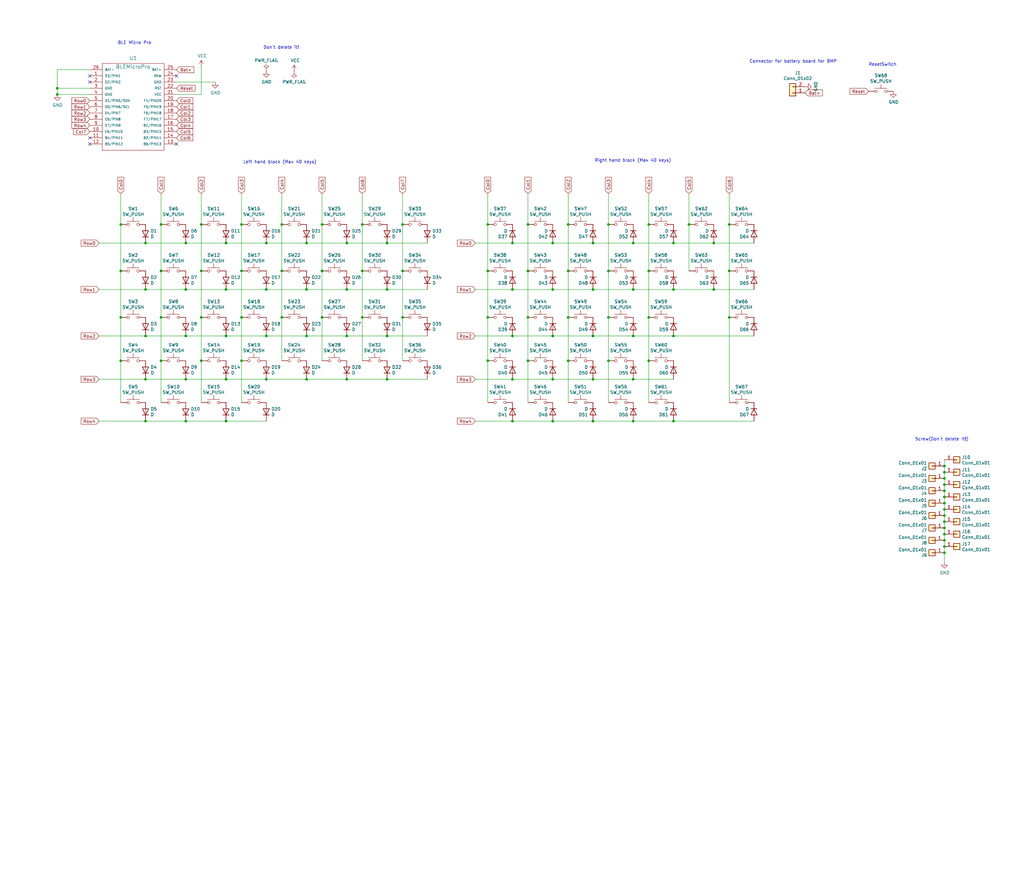
<source format=kicad_sch>
(kicad_sch (version 20211123) (generator eeschema)
  (paper "User" 419.989 360.045)
  (junction (at 142.24 99.695))
  (junction (at 276.225 137.795))
  (junction (at 76.2 155.575))
  (junction (at 210.185 118.745))
  (junction (at 99.06 147.955))
  (junction (at 76.2 172.72))
  (junction (at 76.2 99.695))
  (junction (at 132.08 92.075))
  (junction (at 216.535 147.955))
  (junction (at 142.24 118.745))
  (junction (at 259.715 155.575))
  (junction (at 276.225 118.745))
  (junction (at 82.55 92.075))
  (junction (at 266.065 92.075))
  (junction (at 282.575 92.075))
  (junction (at 148.59 92.075))
  (junction (at 233.045 147.955))
  (junction (at 99.06 130.175))
  (junction (at 132.08 111.125))
  (junction (at 59.69 172.72))
  (junction (at 233.045 111.125))
  (junction (at 148.59 111.125))
  (junction (at 387.35 226.695))
  (junction (at 59.69 155.575))
  (junction (at 243.205 137.795))
  (junction (at 210.185 155.575))
  (junction (at 387.35 193.675))
  (junction (at 243.205 99.695))
  (junction (at 66.04 92.075))
  (junction (at 92.71 137.795))
  (junction (at 387.35 198.755))
  (junction (at 299.085 92.075))
  (junction (at 82.55 147.955))
  (junction (at 76.2 137.795))
  (junction (at 233.045 92.075))
  (junction (at 387.35 224.155))
  (junction (at 243.205 118.745))
  (junction (at 99.06 111.125))
  (junction (at 125.73 118.745))
  (junction (at 387.35 203.835))
  (junction (at 158.75 99.695))
  (junction (at 125.73 137.795))
  (junction (at 23.495 36.195))
  (junction (at 387.35 211.455))
  (junction (at 259.715 99.695))
  (junction (at 200.025 111.125))
  (junction (at 249.555 111.125))
  (junction (at 165.1 111.125))
  (junction (at 210.185 99.695))
  (junction (at 92.71 155.575))
  (junction (at 115.57 111.125))
  (junction (at 142.24 137.795))
  (junction (at 109.22 99.695))
  (junction (at 82.55 130.175))
  (junction (at 387.35 191.135))
  (junction (at 109.22 137.795))
  (junction (at 165.1 92.075))
  (junction (at 249.555 130.175))
  (junction (at 125.73 155.575))
  (junction (at 92.71 99.695))
  (junction (at 216.535 92.075))
  (junction (at 49.53 147.955))
  (junction (at 243.205 172.72))
  (junction (at 115.57 130.175))
  (junction (at 109.22 155.575))
  (junction (at 249.555 92.075))
  (junction (at 59.69 137.795))
  (junction (at 266.065 130.175))
  (junction (at 66.04 147.955))
  (junction (at 125.73 99.695))
  (junction (at 226.695 118.745))
  (junction (at 387.35 208.915))
  (junction (at 292.735 118.745))
  (junction (at 226.695 172.72))
  (junction (at 210.185 137.795))
  (junction (at 200.025 92.075))
  (junction (at 148.59 130.175))
  (junction (at 76.2 118.745))
  (junction (at 142.24 155.575))
  (junction (at 226.695 155.575))
  (junction (at 132.08 130.175))
  (junction (at 158.75 118.745))
  (junction (at 259.715 118.745))
  (junction (at 226.695 99.695))
  (junction (at 216.535 111.125))
  (junction (at 276.225 172.72))
  (junction (at 23.495 38.735))
  (junction (at 292.735 99.695))
  (junction (at 200.025 130.175))
  (junction (at 299.085 130.175))
  (junction (at 59.69 99.695))
  (junction (at 243.205 155.575))
  (junction (at 66.04 111.125))
  (junction (at 158.75 137.795))
  (junction (at 82.55 111.125))
  (junction (at 387.35 216.535))
  (junction (at 200.025 147.955))
  (junction (at 259.715 137.795))
  (junction (at 266.065 147.955))
  (junction (at 158.75 155.575))
  (junction (at 387.35 196.215))
  (junction (at 92.71 172.72))
  (junction (at 226.695 137.795))
  (junction (at 165.1 130.175))
  (junction (at 109.22 118.745))
  (junction (at 49.53 130.175))
  (junction (at 266.065 111.125))
  (junction (at 276.225 99.695))
  (junction (at 92.71 118.745))
  (junction (at 299.085 111.125))
  (junction (at 387.35 201.295))
  (junction (at 99.06 92.075))
  (junction (at 387.35 221.615))
  (junction (at 59.69 118.745))
  (junction (at 259.715 172.72))
  (junction (at 115.57 92.075))
  (junction (at 216.535 130.175))
  (junction (at 387.35 213.995))
  (junction (at 66.04 130.175))
  (junction (at 49.53 92.075))
  (junction (at 233.045 130.175))
  (junction (at 249.555 147.955))
  (junction (at 387.35 219.075))
  (junction (at 210.185 172.72))
  (junction (at 49.53 111.125))
  (junction (at 387.35 206.375))
  (no_connect (at 36.83 59.055))
  (no_connect (at 72.39 59.055))
  (no_connect (at 36.83 56.515))
  (no_connect (at 36.83 31.115))
  (no_connect (at 72.39 31.115))
  (no_connect (at 36.83 33.655))
  (wire (pts (xy 200.025 79.375) (xy 200.025 92.075)))
  (wire (pts (xy 132.08 92.075) (xy 132.08 111.125)))
  (wire (pts (xy 59.69 137.795) (xy 76.2 137.795)))
  (wire (pts (xy 233.045 92.075) (xy 233.045 111.125)))
  (wire (pts (xy 125.73 99.695) (xy 142.24 99.695)))
  (wire (pts (xy 266.065 147.955) (xy 266.065 165.1)))
  (wire (pts (xy 194.945 137.795) (xy 210.185 137.795)))
  (wire (pts (xy 200.025 92.075) (xy 200.025 111.125)))
  (wire (pts (xy 142.24 155.575) (xy 158.75 155.575)))
  (wire (pts (xy 132.08 130.175) (xy 132.08 147.955)))
  (wire (pts (xy 76.2 118.745) (xy 92.71 118.745)))
  (wire (pts (xy 210.185 137.795) (xy 226.695 137.795)))
  (wire (pts (xy 92.71 155.575) (xy 109.22 155.575)))
  (wire (pts (xy 387.35 196.215) (xy 387.35 198.755)))
  (wire (pts (xy 276.225 172.72) (xy 309.245 172.72)))
  (wire (pts (xy 49.53 92.075) (xy 49.53 111.125)))
  (wire (pts (xy 36.83 38.735) (xy 23.495 38.735)))
  (wire (pts (xy 387.35 193.675) (xy 387.35 196.215)))
  (wire (pts (xy 99.06 111.125) (xy 99.06 130.175)))
  (wire (pts (xy 66.04 130.175) (xy 66.04 147.955)))
  (wire (pts (xy 266.065 79.375) (xy 266.065 92.075)))
  (wire (pts (xy 49.53 130.175) (xy 49.53 147.955)))
  (wire (pts (xy 194.945 172.72) (xy 210.185 172.72)))
  (wire (pts (xy 210.185 99.695) (xy 226.695 99.695)))
  (wire (pts (xy 200.025 147.955) (xy 200.025 165.1)))
  (wire (pts (xy 387.35 221.615) (xy 387.35 224.155)))
  (wire (pts (xy 59.69 155.575) (xy 40.64 155.575)))
  (wire (pts (xy 66.04 79.375) (xy 66.04 92.075)))
  (wire (pts (xy 194.945 118.745) (xy 210.185 118.745)))
  (wire (pts (xy 82.55 38.735) (xy 82.55 27.305)))
  (wire (pts (xy 115.57 130.175) (xy 115.57 147.955)))
  (wire (pts (xy 148.59 130.175) (xy 148.59 147.955)))
  (wire (pts (xy 200.025 111.125) (xy 200.025 130.175)))
  (wire (pts (xy 249.555 79.375) (xy 249.555 92.075)))
  (wire (pts (xy 59.69 172.72) (xy 76.2 172.72)))
  (wire (pts (xy 92.71 118.745) (xy 109.22 118.745)))
  (wire (pts (xy 132.08 79.375) (xy 132.08 92.075)))
  (wire (pts (xy 216.535 147.955) (xy 216.535 165.1)))
  (wire (pts (xy 125.73 155.575) (xy 142.24 155.575)))
  (wire (pts (xy 276.225 99.695) (xy 292.735 99.695)))
  (wire (pts (xy 249.555 111.125) (xy 249.555 130.175)))
  (wire (pts (xy 99.06 92.075) (xy 99.06 111.125)))
  (wire (pts (xy 282.575 79.375) (xy 282.575 92.075)))
  (wire (pts (xy 259.715 99.695) (xy 276.225 99.695)))
  (wire (pts (xy 125.73 118.745) (xy 142.24 118.745)))
  (wire (pts (xy 233.045 111.125) (xy 233.045 130.175)))
  (wire (pts (xy 216.535 79.375) (xy 216.535 92.075)))
  (wire (pts (xy 125.73 137.795) (xy 142.24 137.795)))
  (wire (pts (xy 165.1 79.375) (xy 165.1 92.075)))
  (wire (pts (xy 292.735 99.695) (xy 309.245 99.695)))
  (wire (pts (xy 175.26 137.795) (xy 158.75 137.795)))
  (wire (pts (xy 36.83 28.575) (xy 23.495 28.575)))
  (wire (pts (xy 59.69 118.745) (xy 40.64 118.745)))
  (wire (pts (xy 142.24 99.695) (xy 158.75 99.695)))
  (wire (pts (xy 200.025 130.175) (xy 200.025 147.955)))
  (wire (pts (xy 216.535 130.175) (xy 216.535 147.955)))
  (wire (pts (xy 259.715 155.575) (xy 276.225 155.575)))
  (wire (pts (xy 259.715 137.795) (xy 276.225 137.795)))
  (wire (pts (xy 259.715 118.745) (xy 276.225 118.745)))
  (wire (pts (xy 175.26 99.695) (xy 158.75 99.695)))
  (wire (pts (xy 165.1 130.175) (xy 165.1 147.955)))
  (wire (pts (xy 76.2 155.575) (xy 92.71 155.575)))
  (wire (pts (xy 243.205 155.575) (xy 259.715 155.575)))
  (wire (pts (xy 387.35 188.595) (xy 387.35 191.135)))
  (wire (pts (xy 175.26 155.575) (xy 158.75 155.575)))
  (wire (pts (xy 233.045 79.375) (xy 233.045 92.075)))
  (wire (pts (xy 299.085 111.125) (xy 299.085 130.175)))
  (wire (pts (xy 299.085 130.175) (xy 299.085 165.1)))
  (wire (pts (xy 115.57 79.375) (xy 115.57 92.075)))
  (wire (pts (xy 92.71 99.695) (xy 109.22 99.695)))
  (wire (pts (xy 132.08 111.125) (xy 132.08 130.175)))
  (wire (pts (xy 387.35 191.135) (xy 387.35 193.675)))
  (wire (pts (xy 387.35 203.835) (xy 387.35 206.375)))
  (wire (pts (xy 142.24 118.745) (xy 158.75 118.745)))
  (wire (pts (xy 109.22 99.695) (xy 125.73 99.695)))
  (wire (pts (xy 148.59 111.125) (xy 148.59 130.175)))
  (wire (pts (xy 99.06 147.955) (xy 99.06 165.1)))
  (wire (pts (xy 142.24 137.795) (xy 158.75 137.795)))
  (wire (pts (xy 99.06 79.375) (xy 99.06 92.075)))
  (wire (pts (xy 115.57 111.125) (xy 115.57 130.175)))
  (wire (pts (xy 387.35 226.695) (xy 387.35 230.505)))
  (wire (pts (xy 165.1 92.075) (xy 165.1 111.125)))
  (wire (pts (xy 233.045 130.175) (xy 233.045 147.955)))
  (wire (pts (xy 59.69 155.575) (xy 76.2 155.575)))
  (wire (pts (xy 148.59 79.375) (xy 148.59 92.075)))
  (wire (pts (xy 99.06 130.175) (xy 99.06 147.955)))
  (wire (pts (xy 72.39 38.735) (xy 82.55 38.735)))
  (wire (pts (xy 210.185 155.575) (xy 226.695 155.575)))
  (wire (pts (xy 82.55 130.175) (xy 82.55 147.955)))
  (wire (pts (xy 82.55 147.955) (xy 82.55 165.1)))
  (wire (pts (xy 243.205 118.745) (xy 259.715 118.745)))
  (wire (pts (xy 82.55 92.075) (xy 82.55 111.125)))
  (wire (pts (xy 88.265 33.655) (xy 72.39 33.655)))
  (wire (pts (xy 226.695 155.575) (xy 243.205 155.575)))
  (wire (pts (xy 109.22 155.575) (xy 125.73 155.575)))
  (wire (pts (xy 23.495 36.195) (xy 23.495 38.735)))
  (wire (pts (xy 216.535 111.125) (xy 216.535 130.175)))
  (wire (pts (xy 165.1 111.125) (xy 165.1 130.175)))
  (wire (pts (xy 194.945 99.695) (xy 210.185 99.695)))
  (wire (pts (xy 49.53 79.375) (xy 49.53 92.075)))
  (wire (pts (xy 23.495 28.575) (xy 23.495 36.195)))
  (wire (pts (xy 226.695 99.695) (xy 243.205 99.695)))
  (wire (pts (xy 49.53 111.125) (xy 49.53 130.175)))
  (wire (pts (xy 233.045 147.955) (xy 233.045 165.1)))
  (wire (pts (xy 109.22 137.795) (xy 125.73 137.795)))
  (wire (pts (xy 115.57 92.075) (xy 115.57 111.125)))
  (wire (pts (xy 92.71 137.795) (xy 109.22 137.795)))
  (wire (pts (xy 243.205 172.72) (xy 259.715 172.72)))
  (wire (pts (xy 299.085 79.375) (xy 299.085 92.075)))
  (wire (pts (xy 194.945 155.575) (xy 210.185 155.575)))
  (wire (pts (xy 76.2 99.695) (xy 92.71 99.695)))
  (wire (pts (xy 249.555 147.955) (xy 249.555 165.1)))
  (wire (pts (xy 216.535 92.075) (xy 216.535 111.125)))
  (wire (pts (xy 148.59 92.075) (xy 148.59 111.125)))
  (wire (pts (xy 49.53 147.955) (xy 49.53 165.1)))
  (wire (pts (xy 66.04 92.075) (xy 66.04 111.125)))
  (wire (pts (xy 243.205 99.695) (xy 259.715 99.695)))
  (wire (pts (xy 249.555 130.175) (xy 249.555 147.955)))
  (wire (pts (xy 226.695 172.72) (xy 243.205 172.72)))
  (wire (pts (xy 92.71 172.72) (xy 109.22 172.72)))
  (wire (pts (xy 292.735 118.745) (xy 309.245 118.745)))
  (wire (pts (xy 210.185 118.745) (xy 226.695 118.745)))
  (wire (pts (xy 109.22 118.745) (xy 125.73 118.745)))
  (wire (pts (xy 259.715 172.72) (xy 276.225 172.72)))
  (wire (pts (xy 76.2 137.795) (xy 92.71 137.795)))
  (wire (pts (xy 59.69 99.695) (xy 76.2 99.695)))
  (wire (pts (xy 266.065 111.125) (xy 266.065 130.175)))
  (wire (pts (xy 59.69 172.72) (xy 40.64 172.72)))
  (wire (pts (xy 387.35 208.915) (xy 387.35 211.455)))
  (wire (pts (xy 175.26 118.745) (xy 158.75 118.745)))
  (wire (pts (xy 299.085 92.075) (xy 299.085 111.125)))
  (wire (pts (xy 210.185 172.72) (xy 226.695 172.72)))
  (wire (pts (xy 266.065 130.175) (xy 266.065 147.955)))
  (wire (pts (xy 82.55 111.125) (xy 82.55 130.175)))
  (wire (pts (xy 226.695 137.795) (xy 243.205 137.795)))
  (wire (pts (xy 387.35 206.375) (xy 387.35 208.915)))
  (wire (pts (xy 82.55 79.375) (xy 82.55 92.075)))
  (wire (pts (xy 59.69 137.795) (xy 40.64 137.795)))
  (wire (pts (xy 387.35 219.075) (xy 387.35 221.615)))
  (wire (pts (xy 59.69 99.695) (xy 40.64 99.695)))
  (wire (pts (xy 276.225 137.795) (xy 309.245 137.795)))
  (wire (pts (xy 387.35 213.995) (xy 387.35 216.535)))
  (wire (pts (xy 387.35 201.295) (xy 387.35 203.835)))
  (wire (pts (xy 282.575 92.075) (xy 282.575 111.125)))
  (wire (pts (xy 226.695 118.745) (xy 243.205 118.745)))
  (wire (pts (xy 249.555 92.075) (xy 249.555 111.125)))
  (wire (pts (xy 276.225 118.745) (xy 292.735 118.745)))
  (wire (pts (xy 387.35 198.755) (xy 387.35 201.295)))
  (wire (pts (xy 387.35 211.455) (xy 387.35 213.995)))
  (wire (pts (xy 387.35 224.155) (xy 387.35 226.695)))
  (wire (pts (xy 266.065 92.075) (xy 266.065 111.125)))
  (wire (pts (xy 243.205 137.795) (xy 259.715 137.795)))
  (wire (pts (xy 76.2 172.72) (xy 92.71 172.72)))
  (wire (pts (xy 66.04 147.955) (xy 66.04 165.1)))
  (wire (pts (xy 36.83 36.195) (xy 23.495 36.195)))
  (wire (pts (xy 387.35 216.535) (xy 387.35 219.075)))
  (wire (pts (xy 66.04 111.125) (xy 66.04 130.175)))
  (wire (pts (xy 59.69 118.745) (xy 76.2 118.745)))
  (text "Right hand block (Max 40 keys)" (at 243.84 66.675 0) (effects (font (size 1.27 1.27)) (justify left bottom)))
  (text "Don't delete it!" (at 107.95 20.32 0) (effects (font (size 1.27 1.27)) (justify left bottom)))
  (text "Connector for battery board for BMP" (at 307.34 26.035 0) (effects (font (size 1.27 1.27)) (justify left bottom)))
  (text "ResetSwitch" (at 356.235 27.305 0) (effects (font (size 1.27 1.27)) (justify left bottom)))
  (text "BLE Micro Pro" (at 48.26 18.415 0) (effects (font (size 1.27 1.27)) (justify left bottom)))
  (text "Left hand block (Max 40 keys)" (at 99.695 67.31 0) (effects (font (size 1.27 1.27)) (justify left bottom)))
  (text "Screw(Don't delete it!)" (at 375.285 180.975 0) (effects (font (size 1.27 1.27)) (justify left bottom)))
  (global_label "Col6" (shape input) (at 72.39 56.515 0) (property "シート間のリファレンス" "${INTERSHEET_REFS}" (effects hide)))
  (global_label "Col4" (shape input) (at 115.57 79.375 90) (property "シート間のリファレンス" "${INTERSHEET_REFS}" (effects hide)))
  (global_label "Row2" (shape input) (at 194.945 137.795 180) (property "シート間のリファレンス" "${INTERSHEET_REFS}" (effects hide)))
  (global_label "Bat+" (shape input) (at 330.2 38.1 0) (property "シート間のリファレンス" "${INTERSHEET_REFS}" (effects hide)))
  (global_label "Col0" (shape input) (at 200.025 79.375 90) (property "シート間のリファレンス" "${INTERSHEET_REFS}" (effects hide)))
  (global_label "Col3" (shape input) (at 99.06 79.375 90) (property "シート間のリファレンス" "${INTERSHEET_REFS}" (effects hide)))
  (global_label "Row2" (shape input) (at 40.64 137.795 180) (property "シート間のリファレンス" "${INTERSHEET_REFS}" (effects hide)))
  (global_label "Row4" (shape input) (at 194.945 172.72 180) (property "シート間のリファレンス" "${INTERSHEET_REFS}" (effects hide)))
  (global_label "Col5" (shape input) (at 132.08 79.375 90) (property "シート間のリファレンス" "${INTERSHEET_REFS}" (effects hide)))
  (global_label "Col2" (shape input) (at 82.55 79.375 90) (property "シート間のリファレンス" "${INTERSHEET_REFS}" (effects hide)))
  (global_label "Row1" (shape input) (at 194.945 118.745 180) (property "シート間のリファレンス" "${INTERSHEET_REFS}" (effects hide)))
  (global_label "Col7" (shape input) (at 36.83 53.975 180) (property "シート間のリファレンス" "${INTERSHEET_REFS}" (effects hide)))
  (global_label "Col5" (shape input) (at 282.575 79.375 90) (property "シート間のリファレンス" "${INTERSHEET_REFS}" (effects hide)))
  (global_label "Row4" (shape input) (at 40.64 172.72 180) (property "シート間のリファレンス" "${INTERSHEET_REFS}" (effects hide)))
  (global_label "Row3" (shape input) (at 36.83 48.895 180) (property "シート間のリファレンス" "${INTERSHEET_REFS}" (effects hide)))
  (global_label "Row0" (shape input) (at 36.83 41.275 180) (property "シート間のリファレンス" "${INTERSHEET_REFS}" (effects hide)))
  (global_label "Reset" (shape input) (at 72.39 36.195 0) (property "シート間のリファレンス" "${INTERSHEET_REFS}" (effects hide)))
  (global_label "Col3" (shape input) (at 72.39 48.895 0) (property "シート間のリファレンス" "${INTERSHEET_REFS}" (effects hide)))
  (global_label "Row4" (shape input) (at 36.83 51.435 180) (property "シート間のリファレンス" "${INTERSHEET_REFS}" (effects hide)))
  (global_label "Row3" (shape input) (at 194.945 155.575 180) (property "シート間のリファレンス" "${INTERSHEET_REFS}" (effects hide)))
  (global_label "Col4" (shape input) (at 72.39 51.435 0) (property "シート間のリファレンス" "${INTERSHEET_REFS}" (effects hide)))
  (global_label "Col0" (shape input) (at 49.53 79.375 90) (property "シート間のリファレンス" "${INTERSHEET_REFS}" (effects hide)))
  (global_label "Row0" (shape input) (at 40.64 99.695 180) (property "シート間のリファレンス" "${INTERSHEET_REFS}" (effects hide)))
  (global_label "Col7" (shape input) (at 165.1 79.375 90) (property "シート間のリファレンス" "${INTERSHEET_REFS}" (effects hide)))
  (global_label "Col6" (shape input) (at 299.085 79.375 90) (property "シート間のリファレンス" "${INTERSHEET_REFS}" (effects hide)))
  (global_label "Row3" (shape input) (at 40.64 155.575 180) (property "シート間のリファレンス" "${INTERSHEET_REFS}" (effects hide)))
  (global_label "Row1" (shape input) (at 36.83 43.815 180) (property "シート間のリファレンス" "${INTERSHEET_REFS}" (effects hide)))
  (global_label "Col4" (shape input) (at 266.065 79.375 90) (property "シート間のリファレンス" "${INTERSHEET_REFS}" (effects hide)))
  (global_label "Row0" (shape input) (at 194.945 99.695 180) (property "シート間のリファレンス" "${INTERSHEET_REFS}" (effects hide)))
  (global_label "Col1" (shape input) (at 72.39 43.815 0) (property "シート間のリファレンス" "${INTERSHEET_REFS}" (effects hide)))
  (global_label "Reset" (shape input) (at 356.235 37.465 180) (property "シート間のリファレンス" "${INTERSHEET_REFS}" (effects hide)))
  (global_label "Col5" (shape input) (at 72.39 53.975 0) (property "シート間のリファレンス" "${INTERSHEET_REFS}" (effects hide)))
  (global_label "Col1" (shape input) (at 66.04 79.375 90) (property "シート間のリファレンス" "${INTERSHEET_REFS}" (effects hide)))
  (global_label "Row1" (shape input) (at 40.64 118.745 180) (property "シート間のリファレンス" "${INTERSHEET_REFS}" (effects hide)))
  (global_label "Col2" (shape input) (at 233.045 79.375 90) (property "シート間のリファレンス" "${INTERSHEET_REFS}" (effects hide)))
  (global_label "Row2" (shape input) (at 36.83 46.355 180) (property "シート間のリファレンス" "${INTERSHEET_REFS}" (effects hide)))
  (global_label "Col6" (shape input) (at 148.59 79.375 90) (property "シート間のリファレンス" "${INTERSHEET_REFS}" (effects hide)))
  (global_label "Col2" (shape input) (at 72.39 46.355 0) (property "シート間のリファレンス" "${INTERSHEET_REFS}" (effects hide)))
  (global_label "Col0" (shape input) (at 72.39 41.275 0) (property "シート間のリファレンス" "${INTERSHEET_REFS}" (effects hide)))
  (global_label "Bat+" (shape input) (at 72.39 28.575 0) (property "シート間のリファレンス" "${INTERSHEET_REFS}" (effects hide)))
  (global_label "Col1" (shape input) (at 216.535 79.375 90) (property "シート間のリファレンス" "${INTERSHEET_REFS}" (effects hide)))
  (global_label "Col3" (shape input) (at 249.555 79.375 90) (property "シート間のリファレンス" "${INTERSHEET_REFS}" (effects hide)))
  (symbol (lib_id "power:PWR_FLAG") (at 109.22 29.21 0) (unit 1)
    (property "Reference" "#FLG01" (effects hide))
    (property "Value" "PWR_FLAG" (at 109.22 24.7904 0))
  )
  (symbol (lib_id "power:PWR_FLAG") (at 120.65 29.21 180) (unit 1)
    (property "Reference" "#FLG02" (effects hide))
    (property "Value" "PWR_FLAG" (at 120.65 33.6042 0))
  )
  (symbol (lib_id "power:GND") (at 109.22 29.21 0) (unit 1)
    (property "Reference" "#PWR04" (effects hide))
    (property "Value" "GND" (at 109.347 33.6042 0))
  )
  (symbol (lib_id "power:VCC") (at 120.65 29.21 0) (unit 1)
    (property "Reference" "#PWR05" (effects hide))
    (property "Value" "VCC" (at 121.0818 24.8158 0))
  )
  (symbol (lib_id "Salicylic_kbd:Micon_BLEMicroPro") (at 54.61 50.165 0) (unit 1)
    (property "Reference" "U1" (at 54.61 23.8252 0) (effects (font (size 1.524 1.524))))
    (property "Value" "BLEMicroPro" (at 54.61 26.5176 0) (effects (font (size 1.524 1.524)) (justify top)))
    (property "Footprint" "kbd_Parts:Micon_BMP_GL" (effects hide))
  )
  (symbol (lib_id "power:GND") (at 88.265 33.655 0) (unit 1)
    (property "Reference" "#PWR03" (effects hide))
    (property "Value" "GND" (at 88.392 38.0492 0))
  )
  (symbol (lib_id "power:VCC") (at 82.55 27.305 0) (unit 1)
    (property "Reference" "#PWR02" (effects hide))
    (property "Value" "VCC" (at 82.9818 22.9108 0))
  )
  (symbol (lib_id "power:GND") (at 23.495 38.735 0) (unit 1)
    (property "Reference" "#PWR01" (effects hide))
    (property "Value" "GND" (at 23.622 43.1292 0))
  )
  (symbol (lib_id "Switch:SW_Push") (at 71.12 92.075 0) (unit 1)
    (property "Reference" "SW6" (at 71.12 85.598 0))
    (property "Value" "SW_PUSH" (at 71.12 87.9094 0))
    (property "Footprint" "Alps_Only:ALPS-1U" (effects hide))
  )
  (symbol (lib_id "Switch:SW_Push") (at 54.61 92.075 0) (unit 1)
    (property "Reference" "SW1" (at 54.61 85.598 0))
    (property "Value" "SW_PUSH" (at 54.61 87.9094 0))
    (property "Footprint" "Alps_Only:ALPS-1U" (effects hide))
  )
  (symbol (lib_id "Switch:SW_Push") (at 54.61 111.125 0) (unit 1)
    (property "Reference" "SW2" (at 54.61 104.648 0))
    (property "Value" "SW_PUSH" (at 54.61 106.9594 0))
    (property "Footprint" "Alps_Only:ALPS-1.5U" (effects hide))
  )
  (symbol (lib_id "Switch:SW_Push") (at 71.12 111.125 0) (unit 1)
    (property "Reference" "SW7" (at 71.12 104.648 0))
    (property "Value" "SW_PUSH" (at 71.12 106.9594 0))
    (property "Footprint" "Alps_Only:ALPS-1U" (effects hide))
  )
  (symbol (lib_id "Device:D") (at 59.69 95.885 90) (unit 1)
    (property "Reference" "D1" (at 61.6966 94.7166 90) (effects (justify right)))
    (property "Value" "D" (at 61.6966 97.028 90) (effects (justify right)))
    (property "Footprint" "kbd_Parts:Diode_TH_SMD" (effects hide))
  )
  (symbol (lib_id "Device:D") (at 76.2 95.885 90) (unit 1)
    (property "Reference" "D6" (at 78.2066 94.7166 90) (effects (justify right)))
    (property "Value" "D" (at 78.2066 97.028 90) (effects (justify right)))
    (property "Footprint" "kbd_Parts:Diode_TH_SMD" (effects hide))
  )
  (symbol (lib_id "Device:D") (at 76.2 114.935 90) (unit 1)
    (property "Reference" "D7" (at 78.2066 113.7666 90) (effects (justify right)))
    (property "Value" "D" (at 78.2066 116.078 90) (effects (justify right)))
    (property "Footprint" "kbd_Parts:Diode_TH_SMD" (effects hide))
  )
  (symbol (lib_id "Device:D") (at 59.69 114.935 90) (unit 1)
    (property "Reference" "D2" (at 61.6966 113.7666 90) (effects (justify right)))
    (property "Value" "D" (at 61.6966 116.078 90) (effects (justify right)))
    (property "Footprint" "kbd_Parts:Diode_TH_SMD" (effects hide))
  )
  (symbol (lib_id "Switch:SW_Push") (at 361.315 37.465 0) (unit 1)
    (property "Reference" "SW68" (at 361.315 30.988 0))
    (property "Value" "SW_PUSH" (at 361.315 33.2994 0))
    (property "Footprint" "kbd_Parts:ResetSW" (effects hide))
  )
  (symbol (lib_id "power:GND") (at 366.395 37.465 0) (unit 1)
    (property "Reference" "#PWR07" (effects hide))
    (property "Value" "GND" (at 366.522 41.8592 0))
  )
  (symbol (lib_id "Switch:SW_Push") (at 104.14 92.075 0) (unit 1)
    (property "Reference" "SW16" (at 104.14 85.598 0))
    (property "Value" "SW_PUSH" (at 104.14 87.9094 0))
    (property "Footprint" "Alps_Only:ALPS-1U" (effects hide))
  )
  (symbol (lib_id "Switch:SW_Push") (at 120.65 92.075 0) (unit 1)
    (property "Reference" "SW21" (at 120.65 85.598 0))
    (property "Value" "SW_PUSH" (at 120.65 87.9094 0))
    (property "Footprint" "Alps_Only:ALPS-1U" (effects hide))
  )
  (symbol (lib_id "Switch:SW_Push") (at 137.16 92.075 0) (unit 1)
    (property "Reference" "SW25" (at 137.16 85.598 0))
    (property "Value" "SW_PUSH" (at 137.16 87.9094 0))
    (property "Footprint" "Alps_Only:ALPS-1U" (effects hide))
  )
  (symbol (lib_id "Switch:SW_Push") (at 87.63 92.075 0) (unit 1)
    (property "Reference" "SW11" (at 87.63 85.598 0))
    (property "Value" "SW_PUSH" (at 87.63 87.9094 0))
    (property "Footprint" "Alps_Only:ALPS-1U" (effects hide))
  )
  (symbol (lib_id "Switch:SW_Push") (at 104.14 130.175 0) (unit 1)
    (property "Reference" "SW18" (at 104.14 123.698 0))
    (property "Value" "SW_PUSH" (at 104.14 126.0094 0))
    (property "Footprint" "Alps_Only:ALPS-1U" (effects hide))
  )
  (symbol (lib_id "Switch:SW_Push") (at 104.14 111.125 0) (unit 1)
    (property "Reference" "SW17" (at 104.14 104.648 0))
    (property "Value" "SW_PUSH" (at 104.14 106.9594 0))
    (property "Footprint" "Alps_Only:ALPS-1U" (effects hide))
  )
  (symbol (lib_id "Switch:SW_Push") (at 120.65 111.125 0) (unit 1)
    (property "Reference" "SW22" (at 120.65 104.648 0))
    (property "Value" "SW_PUSH" (at 120.65 106.9594 0))
    (property "Footprint" "Alps_Only:ALPS-1U" (effects hide))
  )
  (symbol (lib_id "Switch:SW_Push") (at 137.16 111.125 0) (unit 1)
    (property "Reference" "SW26" (at 137.16 104.648 0))
    (property "Value" "SW_PUSH" (at 137.16 106.9594 0))
    (property "Footprint" "Alps_Only:ALPS-1U" (effects hide))
  )
  (symbol (lib_id "Switch:SW_Push") (at 87.63 111.125 0) (unit 1)
    (property "Reference" "SW12" (at 87.63 104.648 0))
    (property "Value" "SW_PUSH" (at 87.63 106.9594 0))
    (property "Footprint" "Alps_Only:ALPS-1U" (effects hide))
  )
  (symbol (lib_id "Switch:SW_Push") (at 54.61 130.175 0) (unit 1)
    (property "Reference" "SW3" (at 54.61 123.698 0))
    (property "Value" "SW_PUSH" (at 54.61 126.0094 0))
    (property "Footprint" "Alps_Only:ALPS-1.75U" (effects hide))
  )
  (symbol (lib_id "Switch:SW_Push") (at 54.61 147.955 0) (unit 1)
    (property "Reference" "SW4" (at 54.61 141.478 0))
    (property "Value" "SW_PUSH" (at 54.61 143.7894 0))
    (property "Footprint" "Alps_Only:ALPS-2.25U" (effects hide))
  )
  (symbol (lib_id "Switch:SW_Push") (at 71.12 130.175 0) (unit 1)
    (property "Reference" "SW8" (at 71.12 123.698 0))
    (property "Value" "SW_PUSH" (at 71.12 126.0094 0))
    (property "Footprint" "Alps_Only:ALPS-1U" (effects hide))
  )
  (symbol (lib_id "Switch:SW_Push") (at 71.12 147.955 0) (unit 1)
    (property "Reference" "SW9" (at 71.12 141.478 0))
    (property "Value" "SW_PUSH" (at 71.12 143.7894 0))
    (property "Footprint" "Alps_Only:ALPS-1U" (effects hide))
  )
  (symbol (lib_id "Switch:SW_Push") (at 87.63 130.175 0) (unit 1)
    (property "Reference" "SW13" (at 87.63 123.698 0))
    (property "Value" "SW_PUSH" (at 87.63 126.0094 0))
    (property "Footprint" "Alps_Only:ALPS-1U" (effects hide))
  )
  (symbol (lib_id "Switch:SW_Push") (at 104.14 147.955 0) (unit 1)
    (property "Reference" "SW19" (at 104.14 141.478 0))
    (property "Value" "SW_PUSH" (at 104.14 143.7894 0))
    (property "Footprint" "Alps_Only:ALPS-1U" (effects hide))
  )
  (symbol (lib_id "Switch:SW_Push") (at 120.65 147.955 0) (unit 1)
    (property "Reference" "SW24" (at 120.65 141.478 0))
    (property "Value" "SW_PUSH" (at 120.65 143.7894 0))
    (property "Footprint" "Alps_Only:ALPS-1U" (effects hide))
  )
  (symbol (lib_id "Switch:SW_Push") (at 137.16 147.955 0) (unit 1)
    (property "Reference" "SW28" (at 137.16 141.478 0))
    (property "Value" "SW_PUSH" (at 137.16 143.7894 0))
    (property "Footprint" "Alps_Only:ALPS-1U" (effects hide))
  )
  (symbol (lib_id "Switch:SW_Push") (at 120.65 130.175 0) (unit 1)
    (property "Reference" "SW23" (at 120.65 123.698 0))
    (property "Value" "SW_PUSH" (at 120.65 126.0094 0))
    (property "Footprint" "Alps_Only:ALPS-1U" (effects hide))
  )
  (symbol (lib_id "Switch:SW_Push") (at 137.16 130.175 0) (unit 1)
    (property "Reference" "SW27" (at 137.16 123.698 0))
    (property "Value" "SW_PUSH" (at 137.16 126.0094 0))
    (property "Footprint" "Alps_Only:ALPS-1U" (effects hide))
  )
  (symbol (lib_id "Device:D") (at 92.71 95.885 90) (unit 1)
    (property "Reference" "D11" (at 94.7166 94.7166 90) (effects (justify right)))
    (property "Value" "D" (at 94.7166 97.028 90) (effects (justify right)))
    (property "Footprint" "kbd_Parts:Diode_TH_SMD" (effects hide))
  )
  (symbol (lib_id "Device:D") (at 109.22 95.885 90) (unit 1)
    (property "Reference" "D16" (at 111.2266 94.7166 90) (effects (justify right)))
    (property "Value" "D" (at 111.2266 97.028 90) (effects (justify right)))
    (property "Footprint" "kbd_Parts:Diode_TH_SMD" (effects hide))
  )
  (symbol (lib_id "Device:D") (at 125.73 95.885 90) (unit 1)
    (property "Reference" "D21" (at 127.7366 94.7166 90) (effects (justify right)))
    (property "Value" "D" (at 127.7366 97.028 90) (effects (justify right)))
    (property "Footprint" "kbd_Parts:Diode_TH_SMD" (effects hide))
  )
  (symbol (lib_id "Device:D") (at 142.24 95.885 90) (unit 1)
    (property "Reference" "D25" (at 144.2466 94.7166 90) (effects (justify right)))
    (property "Value" "D" (at 144.2466 97.028 90) (effects (justify right)))
    (property "Footprint" "kbd_Parts:Diode_TH_SMD" (effects hide))
  )
  (symbol (lib_id "Device:D") (at 142.24 114.935 90) (unit 1)
    (property "Reference" "D26" (at 144.2466 113.7666 90) (effects (justify right)))
    (property "Value" "D" (at 144.2466 116.078 90) (effects (justify right)))
    (property "Footprint" "kbd_Parts:Diode_TH_SMD" (effects hide))
  )
  (symbol (lib_id "Device:D") (at 142.24 133.985 90) (unit 1)
    (property "Reference" "D27" (at 144.2466 132.8166 90) (effects (justify right)))
    (property "Value" "D" (at 144.2466 135.128 90) (effects (justify right)))
    (property "Footprint" "kbd_Parts:Diode_TH_SMD" (effects hide))
  )
  (symbol (lib_id "Device:D") (at 142.24 151.765 90) (unit 1)
    (property "Reference" "D28" (at 144.2466 150.5966 90) (effects (justify right)))
    (property "Value" "D" (at 144.2466 152.908 90) (effects (justify right)))
    (property "Footprint" "kbd_Parts:Diode_TH_SMD" (effects hide))
  )
  (symbol (lib_id "Device:D") (at 125.73 151.765 90) (unit 1)
    (property "Reference" "D24" (at 127.7366 150.5966 90) (effects (justify right)))
    (property "Value" "D" (at 127.7366 152.908 90) (effects (justify right)))
    (property "Footprint" "kbd_Parts:Diode_TH_SMD" (effects hide))
  )
  (symbol (lib_id "Device:D") (at 125.73 133.985 90) (unit 1)
    (property "Reference" "D23" (at 127.7366 132.8166 90) (effects (justify right)))
    (property "Value" "D" (at 127.7366 135.128 90) (effects (justify right)))
    (property "Footprint" "kbd_Parts:Diode_TH_SMD" (effects hide))
  )
  (symbol (lib_id "Device:D") (at 125.73 114.935 90) (unit 1)
    (property "Reference" "D22" (at 127.7366 113.7666 90) (effects (justify right)))
    (property "Value" "D" (at 127.7366 116.078 90) (effects (justify right)))
    (property "Footprint" "kbd_Parts:Diode_TH_SMD" (effects hide))
  )
  (symbol (lib_id "Device:D") (at 109.22 114.935 90) (unit 1)
    (property "Reference" "D17" (at 111.2266 113.7666 90) (effects (justify right)))
    (property "Value" "D" (at 111.2266 116.078 90) (effects (justify right)))
    (property "Footprint" "kbd_Parts:Diode_TH_SMD" (effects hide))
  )
  (symbol (lib_id "Device:D") (at 92.71 114.935 90) (unit 1)
    (property "Reference" "D12" (at 94.7166 113.7666 90) (effects (justify right)))
    (property "Value" "D" (at 94.7166 116.078 90) (effects (justify right)))
    (property "Footprint" "kbd_Parts:Diode_TH_SMD" (effects hide))
  )
  (symbol (lib_id "Device:D") (at 92.71 133.985 90) (unit 1)
    (property "Reference" "D13" (at 94.7166 132.8166 90) (effects (justify right)))
    (property "Value" "D" (at 94.7166 135.128 90) (effects (justify right)))
    (property "Footprint" "kbd_Parts:Diode_TH_SMD" (effects hide))
  )
  (symbol (lib_id "Device:D") (at 109.22 133.985 90) (unit 1)
    (property "Reference" "D18" (at 111.2266 132.8166 90) (effects (justify right)))
    (property "Value" "D" (at 111.2266 135.128 90) (effects (justify right)))
    (property "Footprint" "kbd_Parts:Diode_TH_SMD" (effects hide))
  )
  (symbol (lib_id "Device:D") (at 109.22 151.765 90) (unit 1)
    (property "Reference" "D19" (at 111.2266 150.5966 90) (effects (justify right)))
    (property "Value" "D" (at 111.2266 152.908 90) (effects (justify right)))
    (property "Footprint" "kbd_Parts:Diode_TH_SMD" (effects hide))
  )
  (symbol (lib_id "Device:D") (at 76.2 151.765 90) (unit 1)
    (property "Reference" "D9" (at 78.2066 150.5966 90) (effects (justify right)))
    (property "Value" "D" (at 78.2066 152.908 90) (effects (justify right)))
    (property "Footprint" "kbd_Parts:Diode_TH_SMD" (effects hide))
  )
  (symbol (lib_id "Device:D") (at 76.2 133.985 90) (unit 1)
    (property "Reference" "D8" (at 78.2066 132.8166 90) (effects (justify right)))
    (property "Value" "D" (at 78.2066 135.128 90) (effects (justify right)))
    (property "Footprint" "kbd_Parts:Diode_TH_SMD" (effects hide))
  )
  (symbol (lib_id "Device:D") (at 59.69 133.985 90) (unit 1)
    (property "Reference" "D3" (at 61.6966 132.8166 90) (effects (justify right)))
    (property "Value" "D" (at 61.6966 135.128 90) (effects (justify right)))
    (property "Footprint" "kbd_Parts:Diode_TH_SMD" (effects hide))
  )
  (symbol (lib_id "Device:D") (at 59.69 151.765 90) (unit 1)
    (property "Reference" "D4" (at 61.6966 150.5966 90) (effects (justify right)))
    (property "Value" "D" (at 61.6966 152.908 90) (effects (justify right)))
    (property "Footprint" "kbd_Parts:Diode_TH_SMD" (effects hide))
  )
  (symbol (lib_id "Switch:SW_Push") (at 54.61 165.1 0) (unit 1)
    (property "Reference" "SW5" (at 54.61 158.623 0))
    (property "Value" "SW_PUSH" (at 54.61 160.9344 0))
    (property "Footprint" "Alps_Only:ALPS-1.5U" (effects hide))
  )
  (symbol (lib_id "Switch:SW_Push") (at 71.12 165.1 0) (unit 1)
    (property "Reference" "SW10" (at 71.12 158.623 0))
    (property "Value" "SW_PUSH" (at 71.12 160.9344 0))
    (property "Footprint" "Alps_Only:ALPS-1.25U" (effects hide))
  )
  (symbol (lib_id "Switch:SW_Push") (at 87.63 165.1 0) (unit 1)
    (property "Reference" "SW15" (at 87.63 158.623 0))
    (property "Value" "SW_PUSH" (at 87.63 160.9344 0))
    (property "Footprint" "Alps_Only:ALPS-1.5U" (effects hide))
  )
  (symbol (lib_id "Switch:SW_Push") (at 104.14 165.1 0) (unit 1)
    (property "Reference" "SW20" (at 104.14 158.623 0))
    (property "Value" "SW_PUSH" (at 104.14 160.9344 0))
    (property "Footprint" "Alps_Only:ALPS-6.5U" (effects hide))
  )
  (symbol (lib_id "Device:D") (at 59.69 168.91 90) (unit 1)
    (property "Reference" "D5" (at 61.6966 167.7416 90) (effects (justify right)))
    (property "Value" "D" (at 61.6966 170.053 90) (effects (justify right)))
    (property "Footprint" "kbd_Parts:Diode_TH_SMD" (effects hide))
  )
  (symbol (lib_id "Device:D") (at 76.2 168.91 90) (unit 1)
    (property "Reference" "D10" (at 78.2066 167.7416 90) (effects (justify right)))
    (property "Value" "D" (at 78.2066 170.053 90) (effects (justify right)))
    (property "Footprint" "kbd_Parts:Diode_TH_SMD" (effects hide))
  )
  (symbol (lib_id "Device:D") (at 92.71 168.91 90) (unit 1)
    (property "Reference" "D15" (at 94.7166 167.7416 90) (effects (justify right)))
    (property "Value" "D" (at 94.7166 170.053 90) (effects (justify right)))
    (property "Footprint" "kbd_Parts:Diode_TH_SMD" (effects hide))
  )
  (symbol (lib_id "Device:D") (at 109.22 168.91 90) (unit 1)
    (property "Reference" "D20" (at 111.2266 167.7416 90) (effects (justify right)))
    (property "Value" "D" (at 111.2266 170.053 90) (effects (justify right)))
    (property "Footprint" "kbd_Parts:Diode_TH_SMD" (effects hide))
  )
  (symbol (lib_id "power:GND") (at 330.2 35.56 90) (unit 1)
    (property "Reference" "#PWR06" (effects hide))
    (property "Value" "GND" (at 334.5942 35.433 0))
  )
  (symbol (lib_id "Connector_Generic:Conn_01x01") (at 392.43 208.915 0) (unit 1)
    (property "Reference" "J14" (at 394.462 207.8482 0) (effects (justify left)))
    (property "Value" "Conn_01x01" (at 394.462 210.1596 0) (effects (justify left)))
    (property "Footprint" "kbd_Hole:m2_Screw_Hole_Fab" (effects hide))
  )
  (symbol (lib_id "Connector_Generic:Conn_01x01") (at 382.27 211.455 180) (unit 1)
    (property "Reference" "J6" (at 380.238 212.5218 0) (effects (justify left)))
    (property "Value" "Conn_01x01" (at 380.238 210.2104 0) (effects (justify left)))
    (property "Footprint" "kbd_Hole:m2_Screw_Hole_EdgeCuts" (effects hide))
  )
  (symbol (lib_id "power:GND") (at 387.35 230.505 0) (unit 1)
    (property "Reference" "#PWR08" (effects hide))
    (property "Value" "GND" (at 387.477 234.8992 0))
  )
  (symbol (lib_id "Connector_Generic:Conn_01x01") (at 392.43 213.995 0) (unit 1)
    (property "Reference" "J15" (at 394.462 212.9282 0) (effects (justify left)))
    (property "Value" "Conn_01x01" (at 394.462 215.2396 0) (effects (justify left)))
    (property "Footprint" "kbd_Hole:m2_Screw_Hole_Fab" (effects hide))
  )
  (symbol (lib_id "Connector_Generic:Conn_01x01") (at 382.27 216.535 180) (unit 1)
    (property "Reference" "J7" (at 380.238 217.6018 0) (effects (justify left)))
    (property "Value" "Conn_01x01" (at 380.238 215.2904 0) (effects (justify left)))
    (property "Footprint" "kbd_Hole:m2_Screw_Hole_EdgeCuts" (effects hide))
  )
  (symbol (lib_id "Device:D") (at 92.71 151.765 90) (unit 1)
    (property "Reference" "D14" (at 94.7166 150.5966 90) (effects (justify right)))
    (property "Value" "D" (at 94.7166 152.908 90) (effects (justify right)))
    (property "Footprint" "kbd_Parts:Diode_TH_SMD" (effects hide))
  )
  (symbol (lib_id "Switch:SW_Push") (at 87.63 147.955 0) (unit 1)
    (property "Reference" "SW14" (at 87.63 141.478 0))
    (property "Value" "SW_PUSH" (at 87.63 143.7894 0))
    (property "Footprint" "Alps_Only:ALPS-1U" (effects hide))
  )
  (symbol (lib_id "Connector_Generic:Conn_01x02") (at 325.12 38.1 180) (unit 1)
    (property "Reference" "J1" (at 327.2028 29.845 0))
    (property "Value" "Conn_01x02" (at 327.2028 32.1564 0))
    (property "Footprint" "kbd_Parts:Battery_XH2.5_GL_PCB" (effects hide))
  )
  (symbol (lib_id "Switch:SW_Push") (at 153.67 147.955 0) (unit 1)
    (property "Reference" "SW32" (at 153.67 141.478 0))
    (property "Value" "SW_PUSH" (at 153.67 143.7894 0))
    (property "Footprint" "Alps_Only:ALPS-1U" (effects hide))
  )
  (symbol (lib_id "Switch:SW_Push") (at 153.67 130.175 0) (unit 1)
    (property "Reference" "SW31" (at 153.67 123.698 0))
    (property "Value" "SW_PUSH" (at 153.67 126.0094 0))
    (property "Footprint" "Alps_Only:ALPS-1U" (effects hide))
  )
  (symbol (lib_id "Switch:SW_Push") (at 153.67 111.125 0) (unit 1)
    (property "Reference" "SW30" (at 153.67 104.648 0))
    (property "Value" "SW_PUSH" (at 153.67 106.9594 0))
    (property "Footprint" "Alps_Only:ALPS-1U" (effects hide))
  )
  (symbol (lib_id "Switch:SW_Push") (at 153.67 92.075 0) (unit 1)
    (property "Reference" "SW29" (at 153.67 85.598 0))
    (property "Value" "SW_PUSH" (at 153.67 87.9094 0))
    (property "Footprint" "Alps_Only:ALPS-1U" (effects hide))
  )
  (symbol (lib_id "Device:D") (at 158.75 151.765 90) (unit 1)
    (property "Reference" "D32" (at 160.7566 150.5966 90) (effects (justify right)))
    (property "Value" "D" (at 160.7566 152.908 90) (effects (justify right)))
    (property "Footprint" "kbd_Parts:Diode_TH_SMD" (effects hide))
  )
  (symbol (lib_id "Device:D") (at 158.75 133.985 90) (unit 1)
    (property "Reference" "D31" (at 160.7566 132.8166 90) (effects (justify right)))
    (property "Value" "D" (at 160.7566 135.128 90) (effects (justify right)))
    (property "Footprint" "kbd_Parts:Diode_TH_SMD" (effects hide))
  )
  (symbol (lib_id "Device:D") (at 158.75 114.935 90) (unit 1)
    (property "Reference" "D30" (at 160.7566 113.7666 90) (effects (justify right)))
    (property "Value" "D" (at 160.7566 116.078 90) (effects (justify right)))
    (property "Footprint" "kbd_Parts:Diode_TH_SMD" (effects hide))
  )
  (symbol (lib_id "Device:D") (at 158.75 95.885 90) (unit 1)
    (property "Reference" "D29" (at 160.7566 94.7166 90) (effects (justify right)))
    (property "Value" "D" (at 160.7566 97.028 90) (effects (justify right)))
    (property "Footprint" "kbd_Parts:Diode_TH_SMD" (effects hide))
  )
  (symbol (lib_id "Device:D") (at 210.185 95.885 270) (unit 1)
    (property "Reference" "D37" (at 208.1784 97.0534 90) (effects (justify right)))
    (property "Value" "D" (at 208.1784 94.742 90) (effects (justify right)))
    (property "Footprint" "kbd_Parts:Diode_TH_SMD" (effects hide))
  )
  (symbol (lib_id "Device:D") (at 210.185 114.935 270) (unit 1)
    (property "Reference" "D38" (at 208.1784 116.1034 90) (effects (justify right)))
    (property "Value" "D" (at 208.1784 113.792 90) (effects (justify right)))
    (property "Footprint" "kbd_Parts:Diode_TH_SMD" (effects hide))
  )
  (symbol (lib_id "Device:D") (at 210.185 133.985 270) (unit 1)
    (property "Reference" "D39" (at 208.1784 135.1534 90) (effects (justify right)))
    (property "Value" "D" (at 208.1784 132.842 90) (effects (justify right)))
    (property "Footprint" "kbd_Parts:Diode_TH_SMD" (effects hide))
  )
  (symbol (lib_id "Device:D") (at 210.185 151.765 270) (unit 1)
    (property "Reference" "D40" (at 208.1784 152.9334 90) (effects (justify right)))
    (property "Value" "D" (at 208.1784 150.622 90) (effects (justify right)))
    (property "Footprint" "kbd_Parts:Diode_TH_SMD" (effects hide))
  )
  (symbol (lib_id "Switch:SW_Push") (at 205.105 147.955 0) (unit 1)
    (property "Reference" "SW40" (at 205.105 141.478 0))
    (property "Value" "SW_PUSH" (at 205.105 143.7894 0))
    (property "Footprint" "Alps_Only:ALPS-1U" (effects hide))
  )
  (symbol (lib_id "Switch:SW_Push") (at 205.105 130.175 0) (unit 1)
    (property "Reference" "SW39" (at 205.105 123.698 0))
    (property "Value" "SW_PUSH" (at 205.105 126.0094 0))
    (property "Footprint" "Alps_Only:ALPS-1U" (effects hide))
  )
  (symbol (lib_id "Switch:SW_Push") (at 205.105 111.125 0) (unit 1)
    (property "Reference" "SW38" (at 205.105 104.648 0))
    (property "Value" "SW_PUSH" (at 205.105 106.9594 0))
    (property "Footprint" "Alps_Only:ALPS-1U" (effects hide))
  )
  (symbol (lib_id "Switch:SW_Push") (at 205.105 92.075 0) (unit 1)
    (property "Reference" "SW37" (at 205.105 85.598 0))
    (property "Value" "SW_PUSH" (at 205.105 87.9094 0))
    (property "Footprint" "Alps_Only:ALPS-1U" (effects hide))
  )
  (symbol (lib_id "Switch:SW_Push") (at 205.105 165.1 0) (unit 1)
    (property "Reference" "SW41" (at 205.105 158.623 0))
    (property "Value" "SW_PUSH" (at 205.105 160.9344 0))
    (property "Footprint" "Alps_Only:ALPS-2U" (effects hide))
  )
  (symbol (lib_id "Device:D") (at 210.185 168.91 270) (unit 1)
    (property "Reference" "D41" (at 208.1784 170.0784 90) (effects (justify right)))
    (property "Value" "D" (at 208.1784 167.767 90) (effects (justify right)))
    (property "Footprint" "kbd_Parts:Diode_TH_SMD" (effects hide))
  )
  (symbol (lib_id "Switch:SW_Push") (at 238.125 147.955 0) (unit 1)
    (property "Reference" "SW50" (at 238.125 141.478 0))
    (property "Value" "SW_PUSH" (at 238.125 143.7894 0))
    (property "Footprint" "Alps_Only:ALPS-1U" (effects hide))
  )
  (symbol (lib_id "Device:D") (at 243.205 151.765 270) (unit 1)
    (property "Reference" "D50" (at 241.1984 152.9334 90) (effects (justify right)))
    (property "Value" "D" (at 241.1984 150.622 90) (effects (justify right)))
    (property "Footprint" "kbd_Parts:Diode_TH_SMD" (effects hide))
  )
  (symbol (lib_id "Device:D") (at 276.225 168.91 270) (unit 1)
    (property "Reference" "D61" (at 274.2184 170.0784 90) (effects (justify right)))
    (property "Value" "D" (at 274.2184 167.767 90) (effects (justify right)))
    (property "Footprint" "kbd_Parts:Diode_TH_SMD" (effects hide))
  )
  (symbol (lib_id "Device:D") (at 259.715 168.91 270) (unit 1)
    (property "Reference" "D56" (at 257.7084 170.0784 90) (effects (justify right)))
    (property "Value" "D" (at 257.7084 167.767 90) (effects (justify right)))
    (property "Footprint" "kbd_Parts:Diode_TH_SMD" (effects hide))
  )
  (symbol (lib_id "Device:D") (at 243.205 168.91 270) (unit 1)
    (property "Reference" "D51" (at 241.1984 170.0784 90) (effects (justify right)))
    (property "Value" "D" (at 241.1984 167.767 90) (effects (justify right)))
    (property "Footprint" "kbd_Parts:Diode_TH_SMD" (effects hide))
  )
  (symbol (lib_id "Device:D") (at 226.695 168.91 270) (unit 1)
    (property "Reference" "D46" (at 224.6884 170.0784 90) (effects (justify right)))
    (property "Value" "D" (at 224.6884 167.767 90) (effects (justify right)))
    (property "Footprint" "kbd_Parts:Diode_TH_SMD" (effects hide))
  )
  (symbol (lib_id "Switch:SW_Push") (at 271.145 165.1 0) (unit 1)
    (property "Reference" "SW61" (at 271.145 158.623 0))
    (property "Value" "SW_PUSH" (at 271.145 160.9344 0))
    (property "Footprint" "Alps_Only:ALPS-1U" (effects hide))
  )
  (symbol (lib_id "Switch:SW_Push") (at 254.635 165.1 0) (unit 1)
    (property "Reference" "SW56" (at 254.635 158.623 0))
    (property "Value" "SW_PUSH" (at 254.635 160.9344 0))
    (property "Footprint" "Alps_Only:ALPS-1U" (effects hide))
  )
  (symbol (lib_id "Switch:SW_Push") (at 238.125 165.1 0) (unit 1)
    (property "Reference" "SW51" (at 238.125 158.623 0))
    (property "Value" "SW_PUSH" (at 238.125 160.9344 0))
    (property "Footprint" "Alps_Only:ALPS-1U" (effects hide))
  )
  (symbol (lib_id "Switch:SW_Push") (at 221.615 165.1 0) (unit 1)
    (property "Reference" "SW46" (at 221.615 158.623 0))
    (property "Value" "SW_PUSH" (at 221.615 160.9344 0))
    (property "Footprint" "Alps_Only:ALPS-1U" (effects hide))
  )
  (symbol (lib_id "Switch:SW_Push") (at 238.125 92.075 0) (unit 1)
    (property "Reference" "SW47" (at 238.125 85.598 0))
    (property "Value" "SW_PUSH" (at 238.125 87.9094 0))
    (property "Footprint" "Alps_Only:ALPS-1U" (effects hide))
  )
  (symbol (lib_id "Switch:SW_Push") (at 238.125 111.125 0) (unit 1)
    (property "Reference" "SW48" (at 238.125 104.648 0))
    (property "Value" "SW_PUSH" (at 238.125 106.9594 0))
    (property "Footprint" "Alps_Only:ALPS-1U" (effects hide))
  )
  (symbol (lib_id "Switch:SW_Push") (at 238.125 130.175 0) (unit 1)
    (property "Reference" "SW49" (at 238.125 123.698 0))
    (property "Value" "SW_PUSH" (at 238.125 126.0094 0))
    (property "Footprint" "Alps_Only:ALPS-1U" (effects hide))
  )
  (symbol (lib_id "Switch:SW_Push") (at 221.615 147.955 0) (unit 1)
    (property "Reference" "SW45" (at 221.615 141.478 0))
    (property "Value" "SW_PUSH" (at 221.615 143.7894 0))
    (property "Footprint" "Alps_Only:ALPS-1U" (effects hide))
  )
  (symbol (lib_id "Switch:SW_Push") (at 221.615 130.175 0) (unit 1)
    (property "Reference" "SW44" (at 221.615 123.698 0))
    (property "Value" "SW_PUSH" (at 221.615 126.0094 0))
    (property "Footprint" "Alps_Only:ALPS-1U" (effects hide))
  )
  (symbol (lib_id "Switch:SW_Push") (at 221.615 111.125 0) (unit 1)
    (property "Reference" "SW43" (at 221.615 104.648 0))
    (property "Value" "SW_PUSH" (at 221.615 106.9594 0))
    (property "Footprint" "Alps_Only:ALPS-1U" (effects hide))
  )
  (symbol (lib_id "Switch:SW_Push") (at 221.615 92.075 0) (unit 1)
    (property "Reference" "SW42" (at 221.615 85.598 0))
    (property "Value" "SW_PUSH" (at 221.615 87.9094 0))
    (property "Footprint" "Alps_Only:ALPS-1U" (effects hide))
  )
  (symbol (lib_id "Switch:SW_Push") (at 271.145 92.075 0) (unit 1)
    (property "Reference" "SW57" (at 271.145 85.598 0))
    (property "Value" "SW_PUSH" (at 271.145 87.9094 0))
    (property "Footprint" "Alps_Only:ALPS-1U" (effects hide))
  )
  (symbol (lib_id "Switch:SW_Push") (at 271.145 111.125 0) (unit 1)
    (property "Reference" "SW58" (at 271.145 104.648 0))
    (property "Value" "SW_PUSH" (at 271.145 106.9594 0))
    (property "Footprint" "Alps_Only:ALPS-1U" (effects hide))
  )
  (symbol (lib_id "Switch:SW_Push") (at 271.145 130.175 0) (unit 1)
    (property "Reference" "SW59" (at 271.145 123.698 0))
    (property "Value" "SW_PUSH" (at 271.145 126.0094 0))
    (property "Footprint" "Alps_Only:ALPS-2.25U" (effects hide))
  )
  (symbol (lib_id "Switch:SW_Push") (at 271.145 147.955 0) (unit 1)
    (property "Reference" "SW60" (at 271.145 141.478 0))
    (property "Value" "SW_PUSH" (at 271.145 143.7894 0))
    (property "Footprint" "Alps_Only:ALPS-1U" (effects hide))
  )
  (symbol (lib_id "Switch:SW_Push") (at 254.635 147.955 0) (unit 1)
    (property "Reference" "SW55" (at 254.635 141.478 0))
    (property "Value" "SW_PUSH" (at 254.635 143.7894 0))
    (property "Footprint" "Alps_Only:ALPS-1.75U" (effects hide))
  )
  (symbol (lib_id "Switch:SW_Push") (at 254.635 130.175 0) (unit 1)
    (property "Reference" "SW54" (at 254.635 123.698 0))
    (property "Value" "SW_PUSH" (at 254.635 126.0094 0))
    (property "Footprint" "Alps_Only:ALPS-1U" (effects hide))
  )
  (symbol (lib_id "Switch:SW_Push") (at 254.635 111.125 0) (unit 1)
    (property "Reference" "SW53" (at 254.635 104.648 0))
    (property "Value" "SW_PUSH" (at 254.635 106.9594 0))
    (property "Footprint" "Alps_Only:ALPS-1U" (effects hide))
  )
  (symbol (lib_id "Switch:SW_Push") (at 254.635 92.075 0) (unit 1)
    (property "Reference" "SW52" (at 254.635 85.598 0))
    (property "Value" "SW_PUSH" (at 254.635 87.9094 0))
    (property "Footprint" "Alps_Only:ALPS-1U" (effects hide))
  )
  (symbol (lib_id "Switch:SW_Push") (at 287.655 111.125 0) (unit 1)
    (property "Reference" "SW63" (at 287.655 104.648 0))
    (property "Value" "SW_PUSH" (at 287.655 106.9594 0))
    (property "Footprint" "Alps_Only:ALPS-1.5U" (effects hide))
  )
  (symbol (lib_id "Switch:SW_Push") (at 287.655 92.075 0) (unit 1)
    (property "Reference" "SW62" (at 287.655 85.598 0))
    (property "Value" "SW_PUSH" (at 287.655 87.9094 0))
    (property "Footprint" "Alps_Only:ALPS-2U" (effects hide))
  )
  (symbol (lib_id "Device:D") (at 226.695 133.985 270) (unit 1)
    (property "Reference" "D44" (at 224.6884 135.1534 90) (effects (justify right)))
    (property "Value" "D" (at 224.6884 132.842 90) (effects (justify right)))
    (property "Footprint" "kbd_Parts:Diode_TH_SMD" (effects hide))
  )
  (symbol (lib_id "Device:D") (at 226.695 151.765 270) (unit 1)
    (property "Reference" "D45" (at 224.6884 152.9334 90) (effects (justify right)))
    (property "Value" "D" (at 224.6884 150.622 90) (effects (justify right)))
    (property "Footprint" "kbd_Parts:Diode_TH_SMD" (effects hide))
  )
  (symbol (lib_id "Device:D") (at 259.715 151.765 270) (unit 1)
    (property "Reference" "D55" (at 257.7084 152.9334 90) (effects (justify right)))
    (property "Value" "D" (at 257.7084 150.622 90) (effects (justify right)))
    (property "Footprint" "kbd_Parts:Diode_TH_SMD" (effects hide))
  )
  (symbol (lib_id "Device:D") (at 259.715 133.985 270) (unit 1)
    (property "Reference" "D54" (at 257.7084 135.1534 90) (effects (justify right)))
    (property "Value" "D" (at 257.7084 132.842 90) (effects (justify right)))
    (property "Footprint" "kbd_Parts:Diode_TH_SMD" (effects hide))
  )
  (symbol (lib_id "Device:D") (at 243.205 133.985 270) (unit 1)
    (property "Reference" "D49" (at 241.1984 135.1534 90) (effects (justify right)))
    (property "Value" "D" (at 241.1984 132.842 90) (effects (justify right)))
    (property "Footprint" "kbd_Parts:Diode_TH_SMD" (effects hide))
  )
  (symbol (lib_id "Device:D") (at 243.205 114.935 270) (unit 1)
    (property "Reference" "D48" (at 241.1984 116.1034 90) (effects (justify right)))
    (property "Value" "D" (at 241.1984 113.792 90) (effects (justify right)))
    (property "Footprint" "kbd_Parts:Diode_TH_SMD" (effects hide))
  )
  (symbol (lib_id "Device:D") (at 259.715 114.935 270) (unit 1)
    (property "Reference" "D53" (at 257.7084 116.1034 90) (effects (justify right)))
    (property "Value" "D" (at 257.7084 113.792 90) (effects (justify right)))
    (property "Footprint" "kbd_Parts:Diode_TH_SMD" (effects hide))
  )
  (symbol (lib_id "Device:D") (at 276.225 114.935 270) (unit 1)
    (property "Reference" "D58" (at 274.2184 116.1034 90) (effects (justify right)))
    (property "Value" "D" (at 274.2184 113.792 90) (effects (justify right)))
    (property "Footprint" "kbd_Parts:Diode_TH_SMD" (effects hide))
  )
  (symbol (lib_id "Device:D") (at 276.225 133.985 270) (unit 1)
    (property "Reference" "D59" (at 274.2184 135.1534 90) (effects (justify right)))
    (property "Value" "D" (at 274.2184 132.842 90) (effects (justify right)))
    (property "Footprint" "kbd_Parts:Diode_TH_SMD" (effects hide))
  )
  (symbol (lib_id "Device:D") (at 276.225 151.765 270) (unit 1)
    (property "Reference" "D60" (at 274.2184 152.9334 90) (effects (justify right)))
    (property "Value" "D" (at 274.2184 150.622 90) (effects (justify right)))
    (property "Footprint" "kbd_Parts:Diode_TH_SMD" (effects hide))
  )
  (symbol (lib_id "Device:D") (at 292.735 114.935 270) (unit 1)
    (property "Reference" "D63" (at 290.7284 116.1034 90) (effects (justify right)))
    (property "Value" "D" (at 290.7284 113.792 90) (effects (justify right)))
    (property "Footprint" "kbd_Parts:Diode_TH_SMD" (effects hide))
  )
  (symbol (lib_id "Device:D") (at 292.735 95.885 270) (unit 1)
    (property "Reference" "D62" (at 290.7284 97.0534 90) (effects (justify right)))
    (property "Value" "D" (at 290.7284 94.742 90) (effects (justify right)))
    (property "Footprint" "kbd_Parts:Diode_TH_SMD" (effects hide))
  )
  (symbol (lib_id "Device:D") (at 276.225 95.885 270) (unit 1)
    (property "Reference" "D57" (at 274.2184 97.0534 90) (effects (justify right)))
    (property "Value" "D" (at 274.2184 94.742 90) (effects (justify right)))
    (property "Footprint" "kbd_Parts:Diode_TH_SMD" (effects hide))
  )
  (symbol (lib_id "Device:D") (at 259.715 95.885 270) (unit 1)
    (property "Reference" "D52" (at 257.7084 97.0534 90) (effects (justify right)))
    (property "Value" "D" (at 257.7084 94.742 90) (effects (justify right)))
    (property "Footprint" "kbd_Parts:Diode_TH_SMD" (effects hide))
  )
  (symbol (lib_id "Device:D") (at 243.205 95.885 270) (unit 1)
    (property "Reference" "D47" (at 241.1984 97.0534 90) (effects (justify right)))
    (property "Value" "D" (at 241.1984 94.742 90) (effects (justify right)))
    (property "Footprint" "kbd_Parts:Diode_TH_SMD" (effects hide))
  )
  (symbol (lib_id "Device:D") (at 226.695 114.935 270) (unit 1)
    (property "Reference" "D43" (at 224.6884 116.1034 90) (effects (justify right)))
    (property "Value" "D" (at 224.6884 113.792 90) (effects (justify right)))
    (property "Footprint" "kbd_Parts:Diode_TH_SMD" (effects hide))
  )
  (symbol (lib_id "Device:D") (at 226.695 95.885 270) (unit 1)
    (property "Reference" "D42" (at 224.6884 97.0534 90) (effects (justify right)))
    (property "Value" "D" (at 224.6884 94.742 90) (effects (justify right)))
    (property "Footprint" "kbd_Parts:Diode_TH_SMD" (effects hide))
  )
  (symbol (lib_id "Device:D") (at 309.245 168.91 270) (unit 1)
    (property "Reference" "D67" (at 307.2384 170.0784 90) (effects (justify right)))
    (property "Value" "D" (at 307.2384 167.767 90) (effects (justify right)))
    (property "Footprint" "kbd_Parts:Diode_TH_SMD" (effects hide))
  )
  (symbol (lib_id "Switch:SW_Push") (at 304.165 165.1 0) (unit 1)
    (property "Reference" "SW67" (at 304.165 158.623 0))
    (property "Value" "SW_PUSH" (at 304.165 160.9344 0))
    (property "Footprint" "Alps_Only:ALPS-1U" (effects hide))
  )
  (symbol (lib_id "Switch:SW_Push") (at 304.165 130.175 0) (unit 1)
    (property "Reference" "SW66" (at 304.165 123.698 0))
    (property "Value" "SW_PUSH" (at 304.165 126.0094 0))
    (property "Footprint" "Alps_Only:ALPS-1U" (effects hide))
  )
  (symbol (lib_id "Switch:SW_Push") (at 304.165 111.125 0) (unit 1)
    (property "Reference" "SW65" (at 304.165 104.648 0))
    (property "Value" "SW_PUSH" (at 304.165 106.9594 0))
    (property "Footprint" "Alps_Only:ALPS-1U" (effects hide))
  )
  (symbol (lib_id "Switch:SW_Push") (at 304.165 92.075 0) (unit 1)
    (property "Reference" "SW64" (at 304.165 85.598 0))
    (property "Value" "SW_PUSH" (at 304.165 87.9094 0))
    (property "Footprint" "Alps_Only:ALPS-1U" (effects hide))
  )
  (symbol (lib_id "Device:D") (at 309.245 133.985 270) (unit 1)
    (property "Reference" "D66" (at 307.2384 135.1534 90) (effects (justify right)))
    (property "Value" "D" (at 307.2384 132.842 90) (effects (justify right)))
    (property "Footprint" "kbd_Parts:Diode_TH_SMD" (effects hide))
  )
  (symbol (lib_id "Device:D") (at 309.245 114.935 270) (unit 1)
    (property "Reference" "D65" (at 307.2384 116.1034 90) (effects (justify right)))
    (property "Value" "D" (at 307.2384 113.792 90) (effects (justify right)))
    (property "Footprint" "kbd_Parts:Diode_TH_SMD" (effects hide))
  )
  (symbol (lib_id "Device:D") (at 309.245 95.885 270) (unit 1)
    (property "Reference" "D64" (at 307.2384 97.0534 90) (effects (justify right)))
    (property "Value" "D" (at 307.2384 94.742 90) (effects (justify right)))
    (property "Footprint" "kbd_Parts:Diode_TH_SMD" (effects hide))
  )
  (symbol (lib_id "Switch:SW_Push") (at 170.18 147.955 0) (unit 1)
    (property "Reference" "SW36" (at 170.18 141.478 0))
    (property "Value" "SW_PUSH" (at 170.18 143.7894 0))
    (property "Footprint" "Alps_Only:ALPS-1U" (effects hide))
  )
  (symbol (lib_id "Switch:SW_Push") (at 170.18 130.175 0) (unit 1)
    (property "Reference" "SW35" (at 170.18 123.698 0))
    (property "Value" "SW_PUSH" (at 170.18 126.0094 0))
    (property "Footprint" "Alps_Only:ALPS-1U" (effects hide))
  )
  (symbol (lib_id "Switch:SW_Push") (at 170.18 111.125 0) (unit 1)
    (property "Reference" "SW34" (at 170.18 104.648 0))
    (property "Value" "SW_PUSH" (at 170.18 106.9594 0))
    (property "Footprint" "Alps_Only:ALPS-1U" (effects hide))
  )
  (symbol (lib_id "Switch:SW_Push") (at 170.18 92.075 0) (unit 1)
    (property "Reference" "SW33" (at 170.18 85.598 0))
    (property "Value" "SW_PUSH" (at 170.18 87.9094 0))
    (property "Footprint" "Alps_Only:ALPS-1U" (effects hide))
  )
  (symbol (lib_id "Device:D") (at 175.26 151.765 90) (unit 1)
    (property "Reference" "D36" (at 177.2666 150.5966 90) (effects (justify right)))
    (property "Value" "D" (at 177.2666 152.908 90) (effects (justify right)))
    (property "Footprint" "kbd_Parts:Diode_TH_SMD" (effects hide))
  )
  (symbol (lib_id "Device:D") (at 175.26 133.985 90) (unit 1)
    (property "Reference" "D35" (at 177.2666 132.8166 90) (effects (justify right)))
    (property "Value" "D" (at 177.2666 135.128 90) (effects (justify right)))
    (property "Footprint" "kbd_Parts:Diode_TH_SMD" (effects hide))
  )
  (symbol (lib_id "Device:D") (at 175.26 114.935 90) (unit 1)
    (property "Reference" "D34" (at 177.2666 113.7666 90) (effects (justify right)))
    (property "Value" "D" (at 177.2666 116.078 90) (effects (justify right)))
    (property "Footprint" "kbd_Parts:Diode_TH_SMD" (effects hide))
  )
  (symbol (lib_id "Device:D") (at 175.26 95.885 90) (unit 1)
    (property "Reference" "D33" (at 177.2666 94.7166 90) (effects (justify right)))
    (property "Value" "D" (at 177.2666 97.028 90) (effects (justify right)))
    (property "Footprint" "kbd_Parts:Diode_TH_SMD" (effects hide))
  )
  (symbol (lib_id "Connector_Generic:Conn_01x01") (at 392.43 198.755 0) (unit 1)
    (property "Reference" "J12" (at 394.462 197.6882 0) (effects (justify left)))
    (property "Value" "Conn_01x01" (at 394.462 199.9996 0) (effects (justify left)))
    (property "Footprint" "kbd_Hole:m2_Screw_Hole_Fab" (effects hide))
  )
  (symbol (lib_id "Connector_Generic:Conn_01x01") (at 382.27 201.295 180) (unit 1)
    (property "Reference" "J4" (at 380.238 202.3618 0) (effects (justify left)))
    (property "Value" "Conn_01x01" (at 380.238 200.0504 0) (effects (justify left)))
    (property "Footprint" "kbd_Hole:m2_Screw_Hole_EdgeCuts" (effects hide))
  )
  (symbol (lib_id "Connector_Generic:Conn_01x01") (at 392.43 203.835 0) (unit 1)
    (property "Reference" "J13" (at 394.462 202.7682 0) (effects (justify left)))
    (property "Value" "Conn_01x01" (at 394.462 205.0796 0) (effects (justify left)))
    (property "Footprint" "kbd_Hole:m2_Screw_Hole_Fab" (effects hide))
  )
  (symbol (lib_id "Connector_Generic:Conn_01x01") (at 382.27 206.375 180) (unit 1)
    (property "Reference" "J5" (at 380.238 207.4418 0) (effects (justify left)))
    (property "Value" "Conn_01x01" (at 380.238 205.1304 0) (effects (justify left)))
    (property "Footprint" "kbd_Hole:m2_Screw_Hole_EdgeCuts" (effects hide))
  )
  (symbol (lib_id "Connector_Generic:Conn_01x01") (at 392.43 219.075 0) (unit 1)
    (property "Reference" "J16" (at 394.462 218.0082 0) (effects (justify left)))
    (property "Value" "Conn_01x01" (at 394.462 220.3196 0) (effects (justify left)))
    (property "Footprint" "kbd_Hole:m2_Screw_Hole_Fab" (effects hide))
  )
  (symbol (lib_id "Connector_Generic:Conn_01x01") (at 382.27 221.615 180) (unit 1)
    (property "Reference" "J8" (at 380.238 222.6818 0) (effects (justify left)))
    (property "Value" "Conn_01x01" (at 380.238 220.3704 0) (effects (justify left)))
    (property "Footprint" "kbd_Hole:m2_Screw_Hole_Fab" (effects hide))
  )
  (symbol (lib_id "Connector_Generic:Conn_01x01") (at 392.43 224.155 0) (unit 1)
    (property "Reference" "J17" (at 394.462 223.0882 0) (effects (justify left)))
    (property "Value" "Conn_01x01" (at 394.462 225.3996 0) (effects (justify left)))
    (property "Footprint" "kbd_Hole:m2_Screw_Hole_Fab" (effects hide))
  )
  (symbol (lib_id "Connector_Generic:Conn_01x01") (at 382.27 226.695 180) (unit 1)
    (property "Reference" "J9" (at 380.238 227.7618 0) (effects (justify left)))
    (property "Value" "Conn_01x01" (at 380.238 225.4504 0) (effects (justify left)))
    (property "Footprint" "kbd_Hole:m2_Screw_Hole_Fab" (effects hide))
  )
  (symbol (lib_id "Connector_Generic:Conn_01x01") (at 392.43 188.595 0) (unit 1)
    (property "Reference" "J10" (at 394.462 187.5282 0) (effects (justify left)))
    (property "Value" "Conn_01x01" (at 394.462 189.8396 0) (effects (justify left)))
    (property "Footprint" "kbd_Hole:m2_Screw_Hole_Fab" (effects hide))
  )
  (symbol (lib_id "Connector_Generic:Conn_01x01") (at 382.27 191.135 180) (unit 1)
    (property "Reference" "J2" (at 380.238 192.2018 0) (effects (justify left)))
    (property "Value" "Conn_01x01" (at 380.238 189.8904 0) (effects (justify left)))
    (property "Footprint" "kbd_Hole:m2_Screw_Hole_EdgeCuts" (effects hide))
  )
  (symbol (lib_id "Connector_Generic:Conn_01x01") (at 392.43 193.675 0) (unit 1)
    (property "Reference" "J11" (at 394.462 192.6082 0) (effects (justify left)))
    (property "Value" "Conn_01x01" (at 394.462 194.9196 0) (effects (justify left)))
    (property "Footprint" "kbd_Hole:m2_Screw_Hole_Fab" (effects hide))
  )
  (symbol (lib_id "Connector_Generic:Conn_01x01") (at 382.27 196.215 180) (unit 1)
    (property "Reference" "J3" (at 380.238 197.2818 0) (effects (justify left)))
    (property "Value" "Conn_01x01" (at 380.238 194.9704 0) (effects (justify left)))
    (property "Footprint" "kbd_Hole:m2_Screw_Hole_EdgeCuts" (effects hide))
  )
)
</source>
